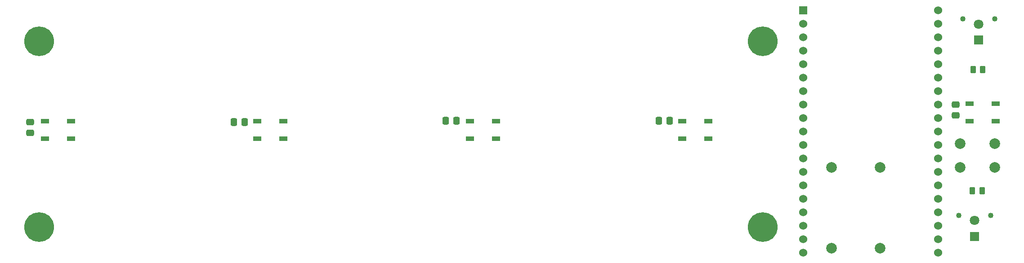
<source format=gts>
%TF.GenerationSoftware,KiCad,Pcbnew,(7.0.0)*%
%TF.CreationDate,2023-08-23T12:35:55+05:30*%
%TF.ProjectId,X1A51B8-v1,58314135-3142-4382-9d76-312e6b696361,rev?*%
%TF.SameCoordinates,Original*%
%TF.FileFunction,Soldermask,Top*%
%TF.FilePolarity,Negative*%
%FSLAX46Y46*%
G04 Gerber Fmt 4.6, Leading zero omitted, Abs format (unit mm)*
G04 Created by KiCad (PCBNEW (7.0.0)) date 2023-08-23 12:35:55*
%MOMM*%
%LPD*%
G01*
G04 APERTURE LIST*
G04 Aperture macros list*
%AMRoundRect*
0 Rectangle with rounded corners*
0 $1 Rounding radius*
0 $2 $3 $4 $5 $6 $7 $8 $9 X,Y pos of 4 corners*
0 Add a 4 corners polygon primitive as box body*
4,1,4,$2,$3,$4,$5,$6,$7,$8,$9,$2,$3,0*
0 Add four circle primitives for the rounded corners*
1,1,$1+$1,$2,$3*
1,1,$1+$1,$4,$5*
1,1,$1+$1,$6,$7*
1,1,$1+$1,$8,$9*
0 Add four rect primitives between the rounded corners*
20,1,$1+$1,$2,$3,$4,$5,0*
20,1,$1+$1,$4,$5,$6,$7,0*
20,1,$1+$1,$6,$7,$8,$9,0*
20,1,$1+$1,$8,$9,$2,$3,0*%
G04 Aperture macros list end*
%ADD10RoundRect,0.250000X0.262500X0.450000X-0.262500X0.450000X-0.262500X-0.450000X0.262500X-0.450000X0*%
%ADD11C,5.600000*%
%ADD12R,1.500000X0.900000*%
%ADD13R,1.530000X1.530000*%
%ADD14C,1.530000*%
%ADD15RoundRect,0.250000X-0.475000X0.337500X-0.475000X-0.337500X0.475000X-0.337500X0.475000X0.337500X0*%
%ADD16C,2.000000*%
%ADD17RoundRect,0.250000X-0.262500X-0.450000X0.262500X-0.450000X0.262500X0.450000X-0.262500X0.450000X0*%
%ADD18RoundRect,0.250000X0.337500X0.475000X-0.337500X0.475000X-0.337500X-0.475000X0.337500X-0.475000X0*%
%ADD19C,1.020000*%
%ADD20R,1.800000X1.800000*%
%ADD21C,1.800000*%
G04 APERTURE END LIST*
D10*
%TO.C,R10*%
X261366000Y-83312000D03*
X259541000Y-83312000D03*
%TD*%
D11*
%TO.C,REF\u002A\u002A*%
X83750000Y-113030000D03*
%TD*%
%TO.C,REF\u002A\u002A*%
X219964000Y-77978000D03*
%TD*%
D12*
%TO.C,D3*%
X204813999Y-93091999D03*
X204813999Y-96391999D03*
X209713999Y-96391999D03*
X209713999Y-93091999D03*
%TD*%
D13*
%TO.C,U1*%
X227583999Y-72145999D03*
D14*
X227584000Y-74686000D03*
X227584000Y-77226000D03*
X227584000Y-79766000D03*
X227584000Y-82306000D03*
X227584000Y-84846000D03*
X227584000Y-87386000D03*
X227584000Y-89926000D03*
X227584000Y-92466000D03*
X227584000Y-95006000D03*
X227584000Y-97546000D03*
X227584000Y-100086000D03*
X227584000Y-102626000D03*
X227584000Y-105166000D03*
X227584000Y-107706000D03*
X227584000Y-110246000D03*
X227584000Y-112786000D03*
X227584000Y-115326000D03*
X227584000Y-117866000D03*
X252984000Y-117866000D03*
X252984000Y-115326000D03*
X252984000Y-112786000D03*
X252984000Y-110246000D03*
X252984000Y-107706000D03*
X252984000Y-105166000D03*
X252984000Y-102626000D03*
X252984000Y-100086000D03*
X252984000Y-97546000D03*
X252984000Y-95006000D03*
X252984000Y-92466000D03*
X252984000Y-89926000D03*
X252984000Y-87386000D03*
X252984000Y-84846000D03*
X252984000Y-82306000D03*
X252984000Y-79766000D03*
X252984000Y-77226000D03*
X252984000Y-74686000D03*
X252984000Y-72146000D03*
%TD*%
D12*
%TO.C,D1*%
X124803999Y-93091999D03*
X124803999Y-96391999D03*
X129703999Y-96391999D03*
X129703999Y-93091999D03*
%TD*%
D15*
%TO.C,C5*%
X256286000Y-89894500D03*
X256286000Y-91969500D03*
%TD*%
D11*
%TO.C,REF\u002A\u002A*%
X219964000Y-113030000D03*
%TD*%
D16*
%TO.C,J3*%
X232943400Y-117053200D03*
X242087400Y-117053200D03*
X232943400Y-101813200D03*
X242087400Y-101813200D03*
%TD*%
D17*
%TO.C,R14*%
X259437500Y-106172000D03*
X261262500Y-106172000D03*
%TD*%
D16*
%TO.C,SW1*%
X257100000Y-97318000D03*
X263600000Y-97318000D03*
X257100000Y-101818000D03*
X263600000Y-101818000D03*
%TD*%
D18*
%TO.C,C4*%
X202459500Y-92964000D03*
X200384500Y-92964000D03*
%TD*%
%TO.C,C3*%
X162327500Y-92964000D03*
X160252500Y-92964000D03*
%TD*%
D12*
%TO.C,D2*%
X164813999Y-93091999D03*
X164813999Y-96391999D03*
X169713999Y-96391999D03*
X169713999Y-93091999D03*
%TD*%
%TO.C,D4*%
X84803999Y-93091999D03*
X84803999Y-96391999D03*
X89703999Y-96391999D03*
X89703999Y-93091999D03*
%TD*%
D19*
%TO.C,J1*%
X257604000Y-73794000D03*
X263604000Y-73794000D03*
D20*
X260603999Y-77733999D03*
D21*
X260604000Y-74734000D03*
%TD*%
D18*
%TO.C,C2*%
X122449500Y-93218000D03*
X120374500Y-93218000D03*
%TD*%
D15*
%TO.C,C1*%
X82042000Y-93196500D03*
X82042000Y-95271500D03*
%TD*%
D19*
%TO.C,J2*%
X256842000Y-110868000D03*
X262842000Y-110868000D03*
D20*
X259841999Y-114807999D03*
D21*
X259842000Y-111808000D03*
%TD*%
D12*
%TO.C,D5*%
X258915999Y-89789999D03*
X258915999Y-93089999D03*
X263815999Y-93089999D03*
X263815999Y-89789999D03*
%TD*%
D11*
%TO.C,REF\u002A\u002A*%
X83750000Y-77978000D03*
%TD*%
M02*

</source>
